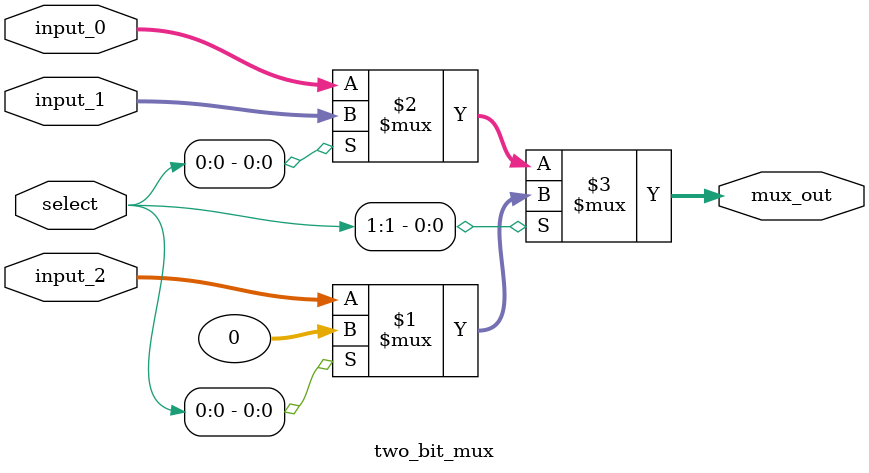
<source format=v>

module two_bit_mux (input_0,
						input_1, 
						input_2, 
						mux_out,
						select);
						
	parameter N = 32;
	input [N-1:0] input_0;
	input [N-1:0] input_1;
	input [N-1:0] input_2;
	input [1:0] select;
	output [N-1:0] mux_out;
	assign mux_out = select[1] ? (select[0] ? 0 : input_2) : (select[0] ? input_1 : input_0);
endmodule
</source>
